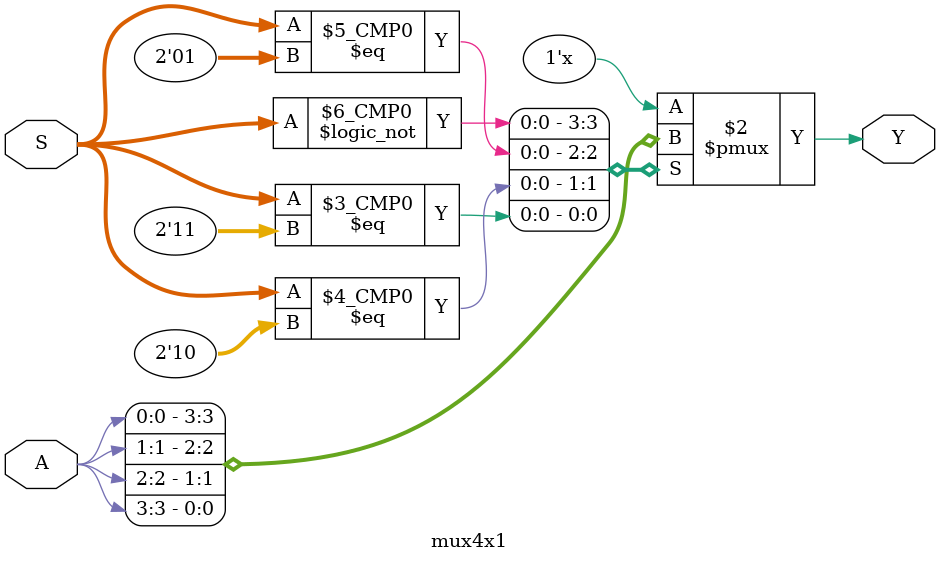
<source format=v>
module mux4x1 (
    input wire[3:0] A,
    input wire[1:0] S,
    output reg Y
);

always @ (*) begin
    case (S)
        2'b00 : Y = A[0];
        2'b01 : Y = A[1];
        2'b10 : Y = A[2];
        2'b11 : Y = A[3];
        default: Y = 1'bz;
    endcase
end
    
endmodule
</source>
